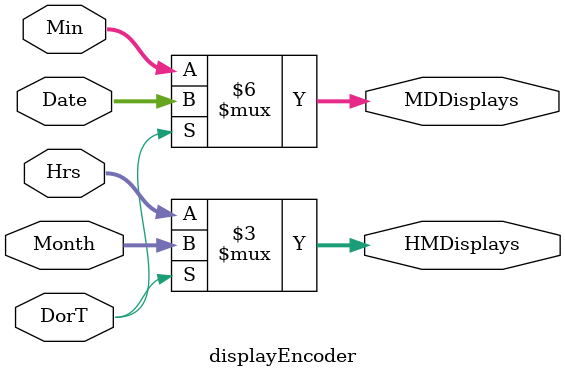
<source format=sv>
module top_level_lab2_part3(
  input Reset,
        Timeset,    // manual buttons
        Alarmset,   //  (five total)
        Minadv,
        Hrsadv,
        Dayadv,
        Monthadv,
        Dateadv,
        Alarmon,
        Pulse,      // assume 1/sec.
        DorT,
// 6 decimal digit display (7 segment)
  output[6:0] S1disp, S0disp,       // 2-digit  display
              MD1disp, MD0disp,    // 2 digit display  minutes/date
              HM1disp, HM0disp,     // 2-digit display hours/month
              DayLED,             // day of week LED
   // date display
  output logic AMorPM,              
  output logic Buzz);            // alarm sounds


//... Fill in with part3 implementation
  logic [6:0] TSec, TMin, THrs, TDay, TDate, TMonth;   // time 
  logic       TPm;                // time PM
  logic [6:0] AMin, AHrs;         // alarm setting
  logic       APm;                // alarm PM
   
     
  logic[6:0] Min, Hrs, Day, Date, Month;                     // drive Min and Hr displays
  logic[6:0] MDDisplays, HMDisplays, tempS0disp, tempS1disp;     //temp 2-digit display
  logic Smax, Mmax, Hmax, Daymax, DateMax, MonthMax,         // "carry out" from sec -> min, min -> hrs, hrs -> days
        TMen, THen, TPmen, AMen, AHen, AHmax, AMmax, APmen, Dayen, Dateen, Monthen;    // respective counter enables
  logic         Buzz1;             // intermediate Buzz signal
  logic Den;  //day enable

   // be sure to set parameters on ct_mod_N modules
   // seconds counter runs continuously, but stalls when Timeset is on 
   ct_mod_N #(.N()) Sct(
        .clk(Pulse), .rst(Reset), .en(!Timeset), .ct_out(TSec), .z(Smax)
   );

   // minutes counter -- runs at either 1/sec or 1/60sec
   // make the appropriate connections. Make sure you use
   // a consistent clock signal. Do not use logic signals as clocks 
   // (EVER IN THIS CLASS)
   ct_mod_N #(.N()) Mct(
    .clk(Pulse), .rst(Reset), .en(TMen), .ct_out(TMin), .z(Mmax)
   );

   // hours counter -- runs at either 1/sec or 1/60min
  ct_mod_N #(.N(12)) Hct(                          
        .clk(Pulse), .rst(Reset), .en(THen), .ct_out(THrs), .z(Hmax)
   );

   // AM/PM state  --  runs at 1/12 sec or 1/12hrs
  regce TPMct(.out(TPm), .inp(!TPm), .en(TPmen),
               .clk(Pulse), .rst(Reset));

  ct_mod_N #(.N(7)) DayCount(
    .clk(Pulse), .rst(Reset), .en(Dayen), .ct_out(TDay), .z(Daymax) 
   );

  ct_mod_D DateCount(
    .clk(Pulse), .rst(Reset), .en(Dateen), .TMo0(TMonth), .ct_out(TDate), .z(DateMax)
  );
  
  ct_mod_N #(.N(12)) MonthCount(
    .clk(Pulse), .rst(Reset), .en(Monthen), .ct_out(TMonth), .z(MonthMax)
  );



// alarm set registers -- either hold or advance 1/sec
  ct_mod_N #(.N()) Mreg(
    .clk(Pulse), .rst(Reset), .en(AMen), .ct_out(AMin), .z(AMmax)
   ); 

  ct_mod_N #(.N(12)) Hreg(          
    .clk(Pulse), .rst(Reset), .en(AHen), .ct_out(AHrs), .z(AHmax)
  );
  

   // alarm AM/PM state 
   regce APMReg(.out(APm), .inp(!APm), .en(APmen),
               .clk(Pulse), .rst(Reset));


   // display drivers (2 digits each, 6 digits total)
   lcd_int Sdisp(
    .bin_in    (TSec)  ,
    .Segment1  (tempS1disp),
    .Segment0  (tempS0disp)
   );

   lcd_int Mdisp(
    .bin_in    (MDDisplays) ,
    .Segment1  (MD1disp),
    .Segment0  (MD0disp)
    );

  lcd_int Hdisp(
    .bin_in    (HMDisplays),
    .Segment1  (HM1disp),
    .Segment0  (HM0disp)
    );

  // assign MDDisplays[6:0] = DorT ? Date: Min;  //broken
  // assign HMDisplays[6:0] = DorT ? Month: Hrs;

  displayEncoder de1(.DorT(DorT), .Min(Min), .Hrs(Hrs), .Date(Date), .Month(Month), .MDDisplays(MDDisplays), .HMDisplays(HMDisplays));

  secondEncoder s1(.DorT(DorT), .tempS0disp(tempS0disp), .tempS1disp(tempS1disp), .S1disp(S1disp), .S0disp(S0disp));
  

   // counter enable control logic
   // create some logic for the various *en signals (e.g. TMen)
  always_comb begin
    if (Timeset) begin
      TMen <= Minadv;
      THen <= Hrsadv;
      TPmen <= (Hmax & Hrsadv);
      Dayen <= Dayadv;
      Dateen <= Dateadv;
      Monthen <= Monthadv;
    end else begin
      TMen <= Smax;
      THen <= (Mmax & Smax);
      TPmen <= (Hmax & Mmax & Smax);
      Dayen <= (Hmax & Mmax & Smax & TPm);
      Dateen <= (Hmax & Mmax & Smax & TPm);
      Monthen <= (Hmax & Mmax & Smax & TPm & DateMax);
    end

    if (Alarmset) begin
      AMen <= Minadv;
      AHen <= Hrsadv;
      APmen <= (Hrsadv & AHmax);
    end else begin
      AMen <= AMen;
      AHen <= AHen;
      APmen <= APmen;
    end
  end
   
   // display select logic (decide what to send to the seven segment outputs) 
  always_comb begin
    if (Alarmset) begin
      Min <= AMin;
      if (AHrs == 0) begin
        Hrs <= 12;
      end else begin
        Hrs <= AHrs;
      end
    end else begin
      Min <= TMin;
      if (THrs == 0) begin
        Hrs <= 12;
      end else begin
        Hrs <= THrs;
      end
    end
    
    Month <= TMonth + 1;
    Date <= TDate + 1;
   end

   alarm a1(
           .tmin(TMin), .amin(AMin), .thrs(THrs), .ahrs(AHrs), .tpm(TPm), .apm(APm), .buzz(Buzz1)
           );

  
   // generate AMorPM signal (what are the sources for this LED?)/
   always_comb begin
     if (!Alarmset) begin
      AMorPM <= TPm;
     end else begin
      AMorPM <= APm;
     end
   end

  dayEncoder dayLEDEncoder (.dayin(TDay), .dayout(DayLED));

  assign Buzz = Alarmon ? (Buzz | Buzz1) : 0;
endmodule

module dayEncoder(
  input[6:0] dayin,
  output logic [6:0] dayout);

  always_comb begin
  case(dayin)
      7'b0000000 : dayout <= 7'b1000000;
      7'b0000001 : dayout <= 7'b0100000;
      7'b0000010 : dayout <= 7'b0010000;
      7'b0000011 : dayout <= 7'b0001000;
      7'b0000100 : dayout <= 7'b0000100;
      7'b0000101 : dayout <= 7'b0000010;
      7'b0000110 : dayout <= 7'b0000001;
      default : dayout <= 7'b0000000;
    endcase
  end
endmodule

module secondEncoder(
  input DorT,
  input[6:0] tempS1disp, tempS0disp,
  output logic [6:0] S1disp, S0disp);

  always_comb begin
    if (DorT) begin
      S1disp <= 7'b1111111;
      S0disp <= 7'b1111111;
    end else begin
      S1disp <= tempS1disp;
      S0disp <= tempS0disp;
    end
  end
endmodule

module displayEncoder(
  input DorT,
  input[6:0] Min, Hrs, Date, Month,
  output logic [6:0] MDDisplays, HMDisplays);

  always_comb begin
    if (DorT) begin
      MDDisplays = Date;
      HMDisplays = Month;
    end else begin
      MDDisplays = Min;
      HMDisplays = Hrs;
    end
  end
endmodule


</source>
